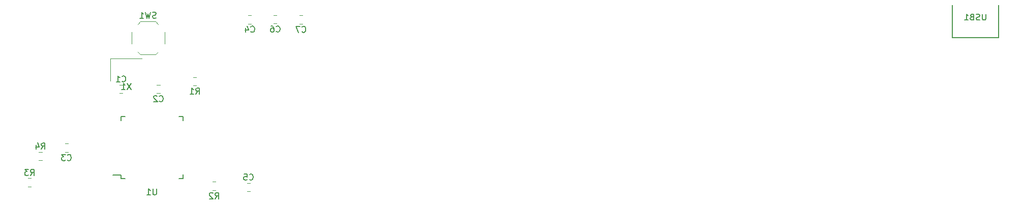
<source format=gbr>
G04 #@! TF.GenerationSoftware,KiCad,Pcbnew,(6.0.7-1)-1*
G04 #@! TF.CreationDate,2022-09-16T02:28:04+09:00*
G04 #@! TF.ProjectId,keyboard,6b657962-6f61-4726-942e-6b696361645f,rev?*
G04 #@! TF.SameCoordinates,Original*
G04 #@! TF.FileFunction,Legend,Bot*
G04 #@! TF.FilePolarity,Positive*
%FSLAX46Y46*%
G04 Gerber Fmt 4.6, Leading zero omitted, Abs format (unit mm)*
G04 Created by KiCad (PCBNEW (6.0.7-1)-1) date 2022-09-16 02:28:04*
%MOMM*%
%LPD*%
G01*
G04 APERTURE LIST*
%ADD10C,0.150000*%
%ADD11C,0.120000*%
G04 APERTURE END LIST*
D10*
X45074269Y-58233216D02*
X45407603Y-57757026D01*
X45645698Y-58233216D02*
X45645698Y-57233216D01*
X45264745Y-57233216D01*
X45169507Y-57280836D01*
X45121888Y-57328455D01*
X45074269Y-57423693D01*
X45074269Y-57566550D01*
X45121888Y-57661788D01*
X45169507Y-57709407D01*
X45264745Y-57757026D01*
X45645698Y-57757026D01*
X44217126Y-57566550D02*
X44217126Y-58233216D01*
X44455222Y-57185597D02*
X44693317Y-57899883D01*
X44074269Y-57899883D01*
X74002415Y-66510420D02*
X74335749Y-66034230D01*
X74573844Y-66510420D02*
X74573844Y-65510420D01*
X74192891Y-65510420D01*
X74097653Y-65558040D01*
X74050034Y-65605659D01*
X74002415Y-65700897D01*
X74002415Y-65843754D01*
X74050034Y-65938992D01*
X74097653Y-65986611D01*
X74192891Y-66034230D01*
X74573844Y-66034230D01*
X73621463Y-65605659D02*
X73573844Y-65558040D01*
X73478606Y-65510420D01*
X73240510Y-65510420D01*
X73145272Y-65558040D01*
X73097653Y-65605659D01*
X73050034Y-65700897D01*
X73050034Y-65796135D01*
X73097653Y-65938992D01*
X73669082Y-66510420D01*
X73050034Y-66510420D01*
X58506660Y-46967142D02*
X58554279Y-47014761D01*
X58697136Y-47062380D01*
X58792374Y-47062380D01*
X58935232Y-47014761D01*
X59030470Y-46919523D01*
X59078089Y-46824285D01*
X59125708Y-46633809D01*
X59125708Y-46490952D01*
X59078089Y-46300476D01*
X59030470Y-46205238D01*
X58935232Y-46110000D01*
X58792374Y-46062380D01*
X58697136Y-46062380D01*
X58554279Y-46110000D01*
X58506660Y-46157619D01*
X57554279Y-47062380D02*
X58125708Y-47062380D01*
X57839994Y-47062380D02*
X57839994Y-46062380D01*
X57935232Y-46205238D01*
X58030470Y-46300476D01*
X58125708Y-46348095D01*
X64723287Y-50267141D02*
X64770906Y-50314760D01*
X64913763Y-50362379D01*
X65009001Y-50362379D01*
X65151859Y-50314760D01*
X65247097Y-50219522D01*
X65294716Y-50124284D01*
X65342335Y-49933808D01*
X65342335Y-49790951D01*
X65294716Y-49600475D01*
X65247097Y-49505237D01*
X65151859Y-49409999D01*
X65009001Y-49362379D01*
X64913763Y-49362379D01*
X64770906Y-49409999D01*
X64723287Y-49457618D01*
X64342335Y-49457618D02*
X64294716Y-49409999D01*
X64199478Y-49362379D01*
X63961382Y-49362379D01*
X63866144Y-49409999D01*
X63818525Y-49457618D01*
X63770906Y-49552856D01*
X63770906Y-49648094D01*
X63818525Y-49790951D01*
X64389954Y-50362379D01*
X63770906Y-50362379D01*
X43266410Y-62627866D02*
X43599744Y-62151676D01*
X43837839Y-62627866D02*
X43837839Y-61627866D01*
X43456886Y-61627866D01*
X43361648Y-61675486D01*
X43314029Y-61723105D01*
X43266410Y-61818343D01*
X43266410Y-61961200D01*
X43314029Y-62056438D01*
X43361648Y-62104057D01*
X43456886Y-62151676D01*
X43837839Y-62151676D01*
X42933077Y-61627866D02*
X42314029Y-61627866D01*
X42647363Y-62008819D01*
X42504505Y-62008819D01*
X42409267Y-62056438D01*
X42361648Y-62104057D01*
X42314029Y-62199295D01*
X42314029Y-62437390D01*
X42361648Y-62532628D01*
X42409267Y-62580247D01*
X42504505Y-62627866D01*
X42790220Y-62627866D01*
X42885458Y-62580247D01*
X42933077Y-62532628D01*
X70799770Y-49085949D02*
X71133104Y-48609759D01*
X71371199Y-49085949D02*
X71371199Y-48085949D01*
X70990246Y-48085949D01*
X70895008Y-48133569D01*
X70847389Y-48181188D01*
X70799770Y-48276426D01*
X70799770Y-48419283D01*
X70847389Y-48514521D01*
X70895008Y-48562140D01*
X70990246Y-48609759D01*
X71371199Y-48609759D01*
X69847389Y-49085949D02*
X70418818Y-49085949D01*
X70133104Y-49085949D02*
X70133104Y-48085949D01*
X70228342Y-48228807D01*
X70323580Y-48324045D01*
X70418818Y-48371664D01*
X64168572Y-36421076D02*
X64025715Y-36468695D01*
X63787619Y-36468695D01*
X63692381Y-36421076D01*
X63644762Y-36373457D01*
X63597143Y-36278219D01*
X63597143Y-36182981D01*
X63644762Y-36087743D01*
X63692381Y-36040124D01*
X63787619Y-35992505D01*
X63978096Y-35944886D01*
X64073334Y-35897267D01*
X64120953Y-35849648D01*
X64168572Y-35754410D01*
X64168572Y-35659172D01*
X64120953Y-35563934D01*
X64073334Y-35516315D01*
X63978096Y-35468695D01*
X63740000Y-35468695D01*
X63597143Y-35516315D01*
X63263810Y-35468695D02*
X63025715Y-36468695D01*
X62835239Y-35754410D01*
X62644762Y-36468695D01*
X62406667Y-35468695D01*
X61501905Y-36468695D02*
X62073334Y-36468695D01*
X61787619Y-36468695D02*
X61787619Y-35468695D01*
X61882858Y-35611553D01*
X61978096Y-35706791D01*
X62073334Y-35754410D01*
X64230415Y-64871490D02*
X64230415Y-65681014D01*
X64182796Y-65776252D01*
X64135177Y-65823871D01*
X64039939Y-65871490D01*
X63849463Y-65871490D01*
X63754225Y-65823871D01*
X63706606Y-65776252D01*
X63658987Y-65681014D01*
X63658987Y-64871490D01*
X62658987Y-65871490D02*
X63230415Y-65871490D01*
X62944701Y-65871490D02*
X62944701Y-64871490D01*
X63039939Y-65014348D01*
X63135177Y-65109586D01*
X63230415Y-65157205D01*
X79725130Y-63313843D02*
X79772749Y-63361462D01*
X79915606Y-63409081D01*
X80010844Y-63409081D01*
X80153702Y-63361462D01*
X80248940Y-63266224D01*
X80296559Y-63170986D01*
X80344178Y-62980510D01*
X80344178Y-62837653D01*
X80296559Y-62647177D01*
X80248940Y-62551939D01*
X80153702Y-62456701D01*
X80010844Y-62409081D01*
X79915606Y-62409081D01*
X79772749Y-62456701D01*
X79725130Y-62504320D01*
X78820368Y-62409081D02*
X79296559Y-62409081D01*
X79344178Y-62885272D01*
X79296559Y-62837653D01*
X79201321Y-62790034D01*
X78963225Y-62790034D01*
X78867987Y-62837653D01*
X78820368Y-62885272D01*
X78772749Y-62980510D01*
X78772749Y-63218605D01*
X78820368Y-63313843D01*
X78867987Y-63361462D01*
X78963225Y-63409081D01*
X79201321Y-63409081D01*
X79296559Y-63361462D01*
X79344178Y-63313843D01*
X88487500Y-38734596D02*
X88535119Y-38782215D01*
X88677976Y-38829834D01*
X88773214Y-38829834D01*
X88916072Y-38782215D01*
X89011310Y-38686977D01*
X89058929Y-38591739D01*
X89106548Y-38401263D01*
X89106548Y-38258406D01*
X89058929Y-38067930D01*
X89011310Y-37972692D01*
X88916072Y-37877454D01*
X88773214Y-37829834D01*
X88677976Y-37829834D01*
X88535119Y-37877454D01*
X88487500Y-37925073D01*
X88154167Y-37829834D02*
X87487500Y-37829834D01*
X87916072Y-38829834D01*
X49407555Y-60070554D02*
X49455174Y-60118173D01*
X49598031Y-60165792D01*
X49693269Y-60165792D01*
X49836127Y-60118173D01*
X49931365Y-60022935D01*
X49978984Y-59927697D01*
X50026603Y-59737221D01*
X50026603Y-59594364D01*
X49978984Y-59403888D01*
X49931365Y-59308650D01*
X49836127Y-59213412D01*
X49693269Y-59165792D01*
X49598031Y-59165792D01*
X49455174Y-59213412D01*
X49407555Y-59261031D01*
X49074222Y-59165792D02*
X48455174Y-59165792D01*
X48788508Y-59546745D01*
X48645650Y-59546745D01*
X48550412Y-59594364D01*
X48502793Y-59641983D01*
X48455174Y-59737221D01*
X48455174Y-59975316D01*
X48502793Y-60070554D01*
X48550412Y-60118173D01*
X48645650Y-60165792D01*
X48931365Y-60165792D01*
X49026603Y-60118173D01*
X49074222Y-60070554D01*
X60004778Y-47313105D02*
X59338112Y-48313105D01*
X59338112Y-47313105D02*
X60004778Y-48313105D01*
X58433350Y-48313105D02*
X59004778Y-48313105D01*
X58719064Y-48313105D02*
X58719064Y-47313105D01*
X58814302Y-47455963D01*
X58909540Y-47551201D01*
X59004778Y-47598820D01*
X202334345Y-35784380D02*
X202334345Y-36593904D01*
X202286726Y-36689142D01*
X202239107Y-36736761D01*
X202143869Y-36784380D01*
X201953392Y-36784380D01*
X201858154Y-36736761D01*
X201810535Y-36689142D01*
X201762916Y-36593904D01*
X201762916Y-35784380D01*
X201334345Y-36736761D02*
X201191488Y-36784380D01*
X200953392Y-36784380D01*
X200858154Y-36736761D01*
X200810535Y-36689142D01*
X200762916Y-36593904D01*
X200762916Y-36498666D01*
X200810535Y-36403428D01*
X200858154Y-36355809D01*
X200953392Y-36308190D01*
X201143869Y-36260571D01*
X201239107Y-36212952D01*
X201286726Y-36165333D01*
X201334345Y-36070095D01*
X201334345Y-35974857D01*
X201286726Y-35879619D01*
X201239107Y-35832000D01*
X201143869Y-35784380D01*
X200905773Y-35784380D01*
X200762916Y-35832000D01*
X200001011Y-36260571D02*
X199858154Y-36308190D01*
X199810535Y-36355809D01*
X199762916Y-36451047D01*
X199762916Y-36593904D01*
X199810535Y-36689142D01*
X199858154Y-36736761D01*
X199953392Y-36784380D01*
X200334345Y-36784380D01*
X200334345Y-35784380D01*
X200001011Y-35784380D01*
X199905773Y-35832000D01*
X199858154Y-35879619D01*
X199810535Y-35974857D01*
X199810535Y-36070095D01*
X199858154Y-36165333D01*
X199905773Y-36212952D01*
X200001011Y-36260571D01*
X200334345Y-36260571D01*
X198810535Y-36784380D02*
X199381964Y-36784380D01*
X199096250Y-36784380D02*
X199096250Y-35784380D01*
X199191488Y-35927238D01*
X199286726Y-36022476D01*
X199381964Y-36070095D01*
X84182744Y-38663295D02*
X84230363Y-38710914D01*
X84373220Y-38758533D01*
X84468458Y-38758533D01*
X84611316Y-38710914D01*
X84706554Y-38615676D01*
X84754173Y-38520438D01*
X84801792Y-38329962D01*
X84801792Y-38187105D01*
X84754173Y-37996629D01*
X84706554Y-37901391D01*
X84611316Y-37806153D01*
X84468458Y-37758533D01*
X84373220Y-37758533D01*
X84230363Y-37806153D01*
X84182744Y-37853772D01*
X83325601Y-37758533D02*
X83516078Y-37758533D01*
X83611316Y-37806153D01*
X83658935Y-37853772D01*
X83754173Y-37996629D01*
X83801792Y-38187105D01*
X83801792Y-38568057D01*
X83754173Y-38663295D01*
X83706554Y-38710914D01*
X83611316Y-38758533D01*
X83420839Y-38758533D01*
X83325601Y-38710914D01*
X83277982Y-38663295D01*
X83230363Y-38568057D01*
X83230363Y-38329962D01*
X83277982Y-38234724D01*
X83325601Y-38187105D01*
X83420839Y-38139486D01*
X83611316Y-38139486D01*
X83706554Y-38187105D01*
X83754173Y-38234724D01*
X83801792Y-38329962D01*
X79949195Y-38698946D02*
X79996814Y-38746565D01*
X80139671Y-38794184D01*
X80234909Y-38794184D01*
X80377767Y-38746565D01*
X80473005Y-38651327D01*
X80520624Y-38556089D01*
X80568243Y-38365613D01*
X80568243Y-38222756D01*
X80520624Y-38032280D01*
X80473005Y-37937042D01*
X80377767Y-37841804D01*
X80234909Y-37794184D01*
X80139671Y-37794184D01*
X79996814Y-37841804D01*
X79949195Y-37889423D01*
X79092052Y-38127518D02*
X79092052Y-38794184D01*
X79330148Y-37746565D02*
X79568243Y-38460851D01*
X78949195Y-38460851D01*
D11*
X45168855Y-58720836D02*
X44646351Y-58720836D01*
X45168855Y-60140836D02*
X44646351Y-60140836D01*
X73574497Y-65118040D02*
X74097001Y-65118040D01*
X73574497Y-63698040D02*
X74097001Y-63698040D01*
X58601246Y-48970000D02*
X58078742Y-48970000D01*
X58601246Y-47550000D02*
X58078742Y-47550000D01*
X64295369Y-48969999D02*
X64817873Y-48969999D01*
X64295369Y-47549999D02*
X64817873Y-47549999D01*
X43360996Y-64535486D02*
X42838492Y-64535486D01*
X43360996Y-63115486D02*
X42838492Y-63115486D01*
X70371852Y-47693569D02*
X70894356Y-47693569D01*
X70371852Y-46273569D02*
X70894356Y-46273569D01*
X61135239Y-37466315D02*
X61585239Y-37016315D01*
X60085239Y-38766315D02*
X60085239Y-40766315D01*
X64535239Y-42066315D02*
X64085239Y-42516315D01*
X61135239Y-42066315D02*
X61585239Y-42516315D01*
X64535239Y-37466315D02*
X64085239Y-37016315D01*
X65585239Y-38766315D02*
X65585239Y-40766315D01*
X64085239Y-42516315D02*
X61585239Y-42516315D01*
X64085239Y-37016315D02*
X61585239Y-37016315D01*
D10*
X58293511Y-52794110D02*
X58293511Y-53469110D01*
X58293511Y-52794110D02*
X58968511Y-52794110D01*
X58293511Y-63144110D02*
X58968511Y-63144110D01*
X68643511Y-52794110D02*
X67968511Y-52794110D01*
X58293511Y-63144110D02*
X58293511Y-62569110D01*
X68643511Y-63144110D02*
X67968511Y-63144110D01*
X58293511Y-62569110D02*
X57018511Y-62569110D01*
X68643511Y-52794110D02*
X68643511Y-53469110D01*
X68643511Y-63144110D02*
X68643511Y-62469110D01*
D11*
X79819716Y-65316701D02*
X79297212Y-65316701D01*
X79819716Y-63896701D02*
X79297212Y-63896701D01*
X88059582Y-37437454D02*
X88582086Y-37437454D01*
X88059582Y-36017454D02*
X88582086Y-36017454D01*
X48979637Y-57353412D02*
X49502141Y-57353412D01*
X48979637Y-58773412D02*
X49502141Y-58773412D01*
X56545255Y-43210725D02*
X61845255Y-43210725D01*
X56545255Y-46910725D02*
X56545255Y-43210725D01*
D10*
X196746250Y-34300000D02*
X196746250Y-39750000D01*
X196746250Y-39750000D02*
X204446250Y-39750000D01*
X204446250Y-34300000D02*
X204446250Y-39750000D01*
D11*
X83754826Y-35946153D02*
X84277330Y-35946153D01*
X83754826Y-37366153D02*
X84277330Y-37366153D01*
X79521277Y-37401804D02*
X80043781Y-37401804D01*
X79521277Y-35981804D02*
X80043781Y-35981804D01*
M02*

</source>
